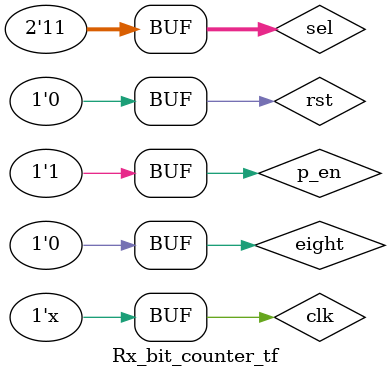
<source format=v>
`timescale 1ns / 1ps

module Rx_bit_counter_tf;

	// Inputs
	reg clk;
	reg rst;
	reg [1:0] sel;
	reg eight;
	reg p_en;

	// Outputs
	wire done;

	// Instantiate the Unit Under Test (UUT)
	Rx_bit_counter uut (
		.clk(clk), 
		.rst(rst), 
		.sel(sel), 
		.eight(eight), 
		.p_en(p_en), 
		.done(done)
	);

     always #5 clk = ~clk;
     
	initial begin
		// Initialize Inputs
		clk = 0;
		rst = 0;
		sel = 0;
		eight = 0;
		p_en = 0;

		// Wait 100 ns for global reset to finish
		#5;
          
          sel = 2'b11;
          
          eight = 0;
          p_en = 1;
          #5;
          
        
	end
      
endmodule


</source>
